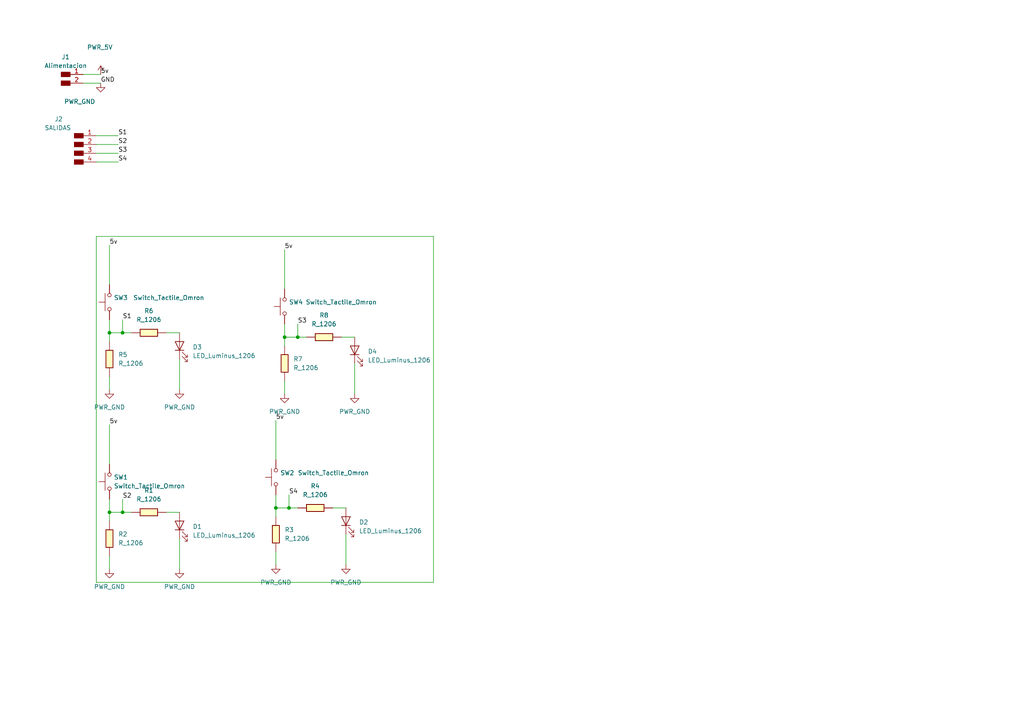
<source format=kicad_sch>
(kicad_sch
	(version 20250114)
	(generator "eeschema")
	(generator_version "9.0")
	(uuid "394774a2-25d5-4c8a-977a-ddb21e86f3dc")
	(paper "A4")
	(lib_symbols
		(symbol "fab:Conn_PinHeader_1x02_P2.54mm_Vertical_THT_D1.4mm"
			(pin_names
				(hide yes)
			)
			(exclude_from_sim no)
			(in_bom yes)
			(on_board yes)
			(property "Reference" "J"
				(at 0 2.54 0)
				(effects
					(font
						(size 1.27 1.27)
					)
				)
			)
			(property "Value" "Conn_PinHeader_1x02_P2.54mm_Vertical_THT_D1.4mm"
				(at 0 -5.08 0)
				(effects
					(font
						(size 1.27 1.27)
					)
				)
			)
			(property "Footprint" "fab:PinHeader_1x02_P2.54mm_Vertical_THT_D1.4mm"
				(at 0 0 0)
				(effects
					(font
						(size 1.27 1.27)
					)
					(hide yes)
				)
			)
			(property "Datasheet" "~"
				(at 0 0 0)
				(effects
					(font
						(size 1.27 1.27)
					)
					(hide yes)
				)
			)
			(property "Description" "Male connector, single row"
				(at 0 0 0)
				(effects
					(font
						(size 1.27 1.27)
					)
					(hide yes)
				)
			)
			(property "ki_keywords" "single row male connector"
				(at 0 0 0)
				(effects
					(font
						(size 1.27 1.27)
					)
					(hide yes)
				)
			)
			(property "ki_fp_filters" "*PinHeader*1x02*"
				(at 0 0 0)
				(effects
					(font
						(size 1.27 1.27)
					)
					(hide yes)
				)
			)
			(symbol "Conn_PinHeader_1x02_P2.54mm_Vertical_THT_D1.4mm_1_1"
				(rectangle
					(start -1.27 0.635)
					(end 1.27 -0.635)
					(stroke
						(width 0.254)
						(type default)
					)
					(fill
						(type outline)
					)
				)
				(rectangle
					(start -1.27 -1.905)
					(end 1.27 -3.175)
					(stroke
						(width 0.254)
						(type default)
					)
					(fill
						(type outline)
					)
				)
				(pin passive line
					(at 5.08 0 180)
					(length 3.81)
					(name "Pin_1"
						(effects
							(font
								(size 1.27 1.27)
							)
						)
					)
					(number "1"
						(effects
							(font
								(size 1.27 1.27)
							)
						)
					)
				)
				(pin passive line
					(at 5.08 -2.54 180)
					(length 3.81)
					(name "Pin_2"
						(effects
							(font
								(size 1.27 1.27)
							)
						)
					)
					(number "2"
						(effects
							(font
								(size 1.27 1.27)
							)
						)
					)
				)
			)
			(embedded_fonts no)
		)
		(symbol "fab:Conn_PinHeader_1x04_P2.54mm_Vertical_THT_D1.4mm"
			(pin_names
				(hide yes)
			)
			(exclude_from_sim no)
			(in_bom yes)
			(on_board yes)
			(property "Reference" "J"
				(at 0 5.08 0)
				(effects
					(font
						(size 1.27 1.27)
					)
				)
			)
			(property "Value" "Conn_PinHeader_1x04_P2.54mm_Vertical_THT_D1.4mm"
				(at 0 -7.62 0)
				(effects
					(font
						(size 1.27 1.27)
					)
				)
			)
			(property "Footprint" "fab:PinHeader_1x04_P2.54mm_Vertical_THT_D1.4mm"
				(at 0 0 0)
				(effects
					(font
						(size 1.27 1.27)
					)
					(hide yes)
				)
			)
			(property "Datasheet" "~"
				(at 0 0 0)
				(effects
					(font
						(size 1.27 1.27)
					)
					(hide yes)
				)
			)
			(property "Description" "Male connector, single row"
				(at 0 0 0)
				(effects
					(font
						(size 1.27 1.27)
					)
					(hide yes)
				)
			)
			(property "ki_keywords" "single row male connector"
				(at 0 0 0)
				(effects
					(font
						(size 1.27 1.27)
					)
					(hide yes)
				)
			)
			(property "ki_fp_filters" "*PinHeader*1x04*"
				(at 0 0 0)
				(effects
					(font
						(size 1.27 1.27)
					)
					(hide yes)
				)
			)
			(symbol "Conn_PinHeader_1x04_P2.54mm_Vertical_THT_D1.4mm_1_1"
				(rectangle
					(start -1.27 3.175)
					(end 1.27 1.905)
					(stroke
						(width 0.254)
						(type default)
					)
					(fill
						(type outline)
					)
				)
				(rectangle
					(start -1.27 0.635)
					(end 1.27 -0.635)
					(stroke
						(width 0.254)
						(type default)
					)
					(fill
						(type outline)
					)
				)
				(rectangle
					(start -1.27 -1.905)
					(end 1.27 -3.175)
					(stroke
						(width 0.254)
						(type default)
					)
					(fill
						(type outline)
					)
				)
				(rectangle
					(start -1.27 -4.445)
					(end 1.27 -5.715)
					(stroke
						(width 0.254)
						(type default)
					)
					(fill
						(type outline)
					)
				)
				(pin passive line
					(at 5.08 2.54 180)
					(length 3.81)
					(name "Pin_1"
						(effects
							(font
								(size 1.27 1.27)
							)
						)
					)
					(number "1"
						(effects
							(font
								(size 1.27 1.27)
							)
						)
					)
				)
				(pin passive line
					(at 5.08 0 180)
					(length 3.81)
					(name "Pin_2"
						(effects
							(font
								(size 1.27 1.27)
							)
						)
					)
					(number "2"
						(effects
							(font
								(size 1.27 1.27)
							)
						)
					)
				)
				(pin passive line
					(at 5.08 -2.54 180)
					(length 3.81)
					(name "Pin_3"
						(effects
							(font
								(size 1.27 1.27)
							)
						)
					)
					(number "3"
						(effects
							(font
								(size 1.27 1.27)
							)
						)
					)
				)
				(pin passive line
					(at 5.08 -5.08 180)
					(length 3.81)
					(name "Pin_4"
						(effects
							(font
								(size 1.27 1.27)
							)
						)
					)
					(number "4"
						(effects
							(font
								(size 1.27 1.27)
							)
						)
					)
				)
			)
			(embedded_fonts no)
		)
		(symbol "fab:LED_Luminus_1206"
			(pin_numbers
				(hide yes)
			)
			(pin_names
				(offset 1.016)
				(hide yes)
			)
			(exclude_from_sim no)
			(in_bom yes)
			(on_board yes)
			(property "Reference" "D"
				(at 0 2.54 0)
				(effects
					(font
						(size 1.27 1.27)
					)
				)
			)
			(property "Value" "LED_Luminus_1206"
				(at 0 -2.54 0)
				(effects
					(font
						(size 1.27 1.27)
					)
				)
			)
			(property "Footprint" "fab:LED_Luminus_1206"
				(at 0 0 0)
				(effects
					(font
						(size 1.27 1.27)
					)
					(hide yes)
				)
			)
			(property "Datasheet" "https://download.luminus.com/datasheets/Luminus_MP3014_1100_Datasheet.pdf"
				(at 0 0 0)
				(effects
					(font
						(size 1.27 1.27)
					)
					(hide yes)
				)
			)
			(property "Description" "LED Lighting - White, Cool 5000K 2.85V 60mA 110° 1206 (3014 Metric)"
				(at 0 0 0)
				(effects
					(font
						(size 1.27 1.27)
					)
					(hide yes)
				)
			)
			(property "ki_keywords" "LED diode 1206 white cool 5000K MP-3014-1100-50-80"
				(at 0 0 0)
				(effects
					(font
						(size 1.27 1.27)
					)
					(hide yes)
				)
			)
			(property "ki_fp_filters" "*LED*Luminus*1206*"
				(at 0 0 0)
				(effects
					(font
						(size 1.27 1.27)
					)
					(hide yes)
				)
			)
			(symbol "LED_Luminus_1206_0_1"
				(polyline
					(pts
						(xy -3.048 -0.762) (xy -4.572 -2.286) (xy -3.81 -2.286) (xy -4.572 -2.286) (xy -4.572 -1.524)
					)
					(stroke
						(width 0)
						(type default)
					)
					(fill
						(type none)
					)
				)
				(polyline
					(pts
						(xy -1.778 -0.762) (xy -3.302 -2.286) (xy -2.54 -2.286) (xy -3.302 -2.286) (xy -3.302 -1.524)
					)
					(stroke
						(width 0)
						(type default)
					)
					(fill
						(type none)
					)
				)
				(polyline
					(pts
						(xy -1.27 0) (xy 1.27 0)
					)
					(stroke
						(width 0)
						(type default)
					)
					(fill
						(type none)
					)
				)
				(polyline
					(pts
						(xy -1.27 -1.27) (xy -1.27 1.27)
					)
					(stroke
						(width 0.2032)
						(type default)
					)
					(fill
						(type none)
					)
				)
				(polyline
					(pts
						(xy 1.27 -1.27) (xy 1.27 1.27) (xy -1.27 0) (xy 1.27 -1.27)
					)
					(stroke
						(width 0.2032)
						(type default)
					)
					(fill
						(type none)
					)
				)
			)
			(symbol "LED_Luminus_1206_1_1"
				(pin passive line
					(at -3.81 0 0)
					(length 2.54)
					(name "K"
						(effects
							(font
								(size 1.27 1.27)
							)
						)
					)
					(number "1"
						(effects
							(font
								(size 1.27 1.27)
							)
						)
					)
				)
				(pin passive line
					(at 3.81 0 180)
					(length 2.54)
					(name "A"
						(effects
							(font
								(size 1.27 1.27)
							)
						)
					)
					(number "2"
						(effects
							(font
								(size 1.27 1.27)
							)
						)
					)
				)
			)
			(embedded_fonts no)
		)
		(symbol "fab:PWR_5V"
			(power)
			(pin_names
				(offset 0)
			)
			(exclude_from_sim no)
			(in_bom yes)
			(on_board yes)
			(property "Reference" "#PWR"
				(at 0 -3.81 0)
				(effects
					(font
						(size 1.27 1.27)
					)
					(hide yes)
				)
			)
			(property "Value" "PWR_5V"
				(at 0 3.556 0)
				(effects
					(font
						(size 1.27 1.27)
					)
				)
			)
			(property "Footprint" ""
				(at 0 0 0)
				(effects
					(font
						(size 1.27 1.27)
					)
					(hide yes)
				)
			)
			(property "Datasheet" ""
				(at 0 0 0)
				(effects
					(font
						(size 1.27 1.27)
					)
					(hide yes)
				)
			)
			(property "Description" "Power symbol creates a global label with name \"+5V\""
				(at 0 0 0)
				(effects
					(font
						(size 1.27 1.27)
					)
					(hide yes)
				)
			)
			(property "ki_keywords" "power-flag"
				(at 0 0 0)
				(effects
					(font
						(size 1.27 1.27)
					)
					(hide yes)
				)
			)
			(symbol "PWR_5V_0_1"
				(polyline
					(pts
						(xy -0.762 1.27) (xy 0 2.54)
					)
					(stroke
						(width 0)
						(type default)
					)
					(fill
						(type none)
					)
				)
				(polyline
					(pts
						(xy 0 2.54) (xy 0.762 1.27)
					)
					(stroke
						(width 0)
						(type default)
					)
					(fill
						(type none)
					)
				)
				(polyline
					(pts
						(xy 0 0) (xy 0 2.54)
					)
					(stroke
						(width 0)
						(type default)
					)
					(fill
						(type none)
					)
				)
			)
			(symbol "PWR_5V_1_1"
				(pin power_in line
					(at 0 0 90)
					(length 0)
					(hide yes)
					(name "PWR_5V"
						(effects
							(font
								(size 1.27 1.27)
							)
						)
					)
					(number "1"
						(effects
							(font
								(size 1.27 1.27)
							)
						)
					)
				)
			)
			(embedded_fonts no)
		)
		(symbol "fab:PWR_GND"
			(power)
			(pin_names
				(offset 0)
			)
			(exclude_from_sim no)
			(in_bom yes)
			(on_board yes)
			(property "Reference" "#PWR"
				(at 0 -6.35 0)
				(effects
					(font
						(size 1.27 1.27)
					)
					(hide yes)
				)
			)
			(property "Value" "PWR_GND"
				(at 0 -3.81 0)
				(effects
					(font
						(size 1.27 1.27)
					)
				)
			)
			(property "Footprint" ""
				(at 0 0 0)
				(effects
					(font
						(size 1.27 1.27)
					)
					(hide yes)
				)
			)
			(property "Datasheet" ""
				(at 0 0 0)
				(effects
					(font
						(size 1.27 1.27)
					)
					(hide yes)
				)
			)
			(property "Description" "Power symbol creates a global label with name \"GND\" , ground"
				(at 0 0 0)
				(effects
					(font
						(size 1.27 1.27)
					)
					(hide yes)
				)
			)
			(property "ki_keywords" "power-flag"
				(at 0 0 0)
				(effects
					(font
						(size 1.27 1.27)
					)
					(hide yes)
				)
			)
			(symbol "PWR_GND_0_1"
				(polyline
					(pts
						(xy 0 0) (xy 0 -1.27) (xy 1.27 -1.27) (xy 0 -2.54) (xy -1.27 -1.27) (xy 0 -1.27)
					)
					(stroke
						(width 0)
						(type default)
					)
					(fill
						(type none)
					)
				)
			)
			(symbol "PWR_GND_1_1"
				(pin power_in line
					(at 0 0 270)
					(length 0)
					(hide yes)
					(name "PWR_GND"
						(effects
							(font
								(size 1.27 1.27)
							)
						)
					)
					(number "1"
						(effects
							(font
								(size 1.27 1.27)
							)
						)
					)
				)
			)
			(embedded_fonts no)
		)
		(symbol "fab:R_1206"
			(pin_numbers
				(hide yes)
			)
			(pin_names
				(offset 0)
			)
			(exclude_from_sim no)
			(in_bom yes)
			(on_board yes)
			(property "Reference" "R"
				(at 2.54 0 90)
				(effects
					(font
						(size 1.27 1.27)
					)
				)
			)
			(property "Value" "R_1206"
				(at -2.54 0 90)
				(effects
					(font
						(size 1.27 1.27)
					)
				)
			)
			(property "Footprint" "fab:R_1206"
				(at 0 0 90)
				(effects
					(font
						(size 1.27 1.27)
					)
					(hide yes)
				)
			)
			(property "Datasheet" "~"
				(at 0 0 0)
				(effects
					(font
						(size 1.27 1.27)
					)
					(hide yes)
				)
			)
			(property "Description" "Resistor"
				(at 0 0 0)
				(effects
					(font
						(size 1.27 1.27)
					)
					(hide yes)
				)
			)
			(property "ki_keywords" "R res resistor RC1206FR-074M99L RC1206FR-07499KL RC1206FR-0749K9L RC1206FR-0749R9L RC1206FR-074R99L ERJ-8BWJR100V RC1206FR-070RL RC1206FR-071RL RC1206FR-0710RL RC1206FR-07100RL RC1206FR-07499RL RC1206FR-071KL RC1206FR-074K99L RC1206FR-0710KL RC1206FR-07100KL RC1206FR-071ML RC1206FR-0710ML PT1206FR-070R1L"
				(at 0 0 0)
				(effects
					(font
						(size 1.27 1.27)
					)
					(hide yes)
				)
			)
			(property "ki_fp_filters" "*R*1206*"
				(at 0 0 0)
				(effects
					(font
						(size 1.27 1.27)
					)
					(hide yes)
				)
			)
			(symbol "R_1206_0_1"
				(rectangle
					(start -1.016 -2.54)
					(end 1.016 2.54)
					(stroke
						(width 0.254)
						(type default)
					)
					(fill
						(type background)
					)
				)
			)
			(symbol "R_1206_1_1"
				(pin passive line
					(at 0 5.08 270)
					(length 2.54)
					(name "~"
						(effects
							(font
								(size 1.27 1.27)
							)
						)
					)
					(number "1"
						(effects
							(font
								(size 1.27 1.27)
							)
						)
					)
				)
				(pin passive line
					(at 0 -5.08 90)
					(length 2.54)
					(name "~"
						(effects
							(font
								(size 1.27 1.27)
							)
						)
					)
					(number "2"
						(effects
							(font
								(size 1.27 1.27)
							)
						)
					)
				)
			)
			(embedded_fonts no)
		)
		(symbol "fab:Switch_Tactile_Omron"
			(pin_numbers
				(hide yes)
			)
			(pin_names
				(offset 1.016)
				(hide yes)
			)
			(exclude_from_sim no)
			(in_bom yes)
			(on_board yes)
			(property "Reference" "SW"
				(at 1.27 2.54 0)
				(effects
					(font
						(size 1.27 1.27)
					)
					(justify left)
				)
			)
			(property "Value" "Switch_Tactile_Omron"
				(at 0 -1.524 0)
				(effects
					(font
						(size 1.27 1.27)
					)
				)
			)
			(property "Footprint" "fab:Button_Omron_B3SN_6.0x6.0mm"
				(at 0 0 0)
				(effects
					(font
						(size 1.27 1.27)
					)
					(hide yes)
				)
			)
			(property "Datasheet" "https://omronfs.omron.com/en_US/ecb/products/pdf/en-b3sn.pdf"
				(at 0 0 0)
				(effects
					(font
						(size 1.27 1.27)
					)
					(hide yes)
				)
			)
			(property "Description" "Push button switch, Omron, B3SN, Sealed Tactile Switch (SMT), SPST-NO Top Actuated Surface Mount"
				(at 0 0 0)
				(effects
					(font
						(size 1.27 1.27)
					)
					(hide yes)
				)
			)
			(property "ki_keywords" "switch normally-open pushbutton push-button button tactile spst single pole single throw B3SN-3112P"
				(at 0 0 0)
				(effects
					(font
						(size 1.27 1.27)
					)
					(hide yes)
				)
			)
			(property "ki_fp_filters" "*Button*"
				(at 0 0 0)
				(effects
					(font
						(size 1.27 1.27)
					)
					(hide yes)
				)
			)
			(symbol "Switch_Tactile_Omron_0_1"
				(circle
					(center -2.032 0)
					(radius 0.508)
					(stroke
						(width 0)
						(type default)
					)
					(fill
						(type none)
					)
				)
				(polyline
					(pts
						(xy 0 1.27) (xy 0 3.048)
					)
					(stroke
						(width 0)
						(type default)
					)
					(fill
						(type none)
					)
				)
				(circle
					(center 2.032 0)
					(radius 0.508)
					(stroke
						(width 0)
						(type default)
					)
					(fill
						(type none)
					)
				)
				(polyline
					(pts
						(xy 2.54 1.27) (xy -2.54 1.27)
					)
					(stroke
						(width 0)
						(type default)
					)
					(fill
						(type none)
					)
				)
				(pin passive line
					(at -5.08 0 0)
					(length 2.54)
					(name "1"
						(effects
							(font
								(size 1.27 1.27)
							)
						)
					)
					(number "1"
						(effects
							(font
								(size 1.27 1.27)
							)
						)
					)
				)
				(pin passive line
					(at 5.08 0 180)
					(length 2.54)
					(name "2"
						(effects
							(font
								(size 1.27 1.27)
							)
						)
					)
					(number "2"
						(effects
							(font
								(size 1.27 1.27)
							)
						)
					)
				)
			)
			(embedded_fonts no)
		)
	)
	(junction
		(at 35.56 148.59)
		(diameter 0)
		(color 0 0 0 0)
		(uuid "341a87cf-ca58-4182-9029-0bfeaec8d2c6")
	)
	(junction
		(at 31.75 148.59)
		(diameter 0)
		(color 0 0 0 0)
		(uuid "39af8ac2-1e31-44a5-9e17-bf375f4dbedf")
	)
	(junction
		(at 82.55 97.79)
		(diameter 0)
		(color 0 0 0 0)
		(uuid "46754f13-cd10-4884-90ab-f9e209762f3c")
	)
	(junction
		(at 35.56 96.52)
		(diameter 0)
		(color 0 0 0 0)
		(uuid "574d9208-8bc3-4ad7-9af2-ea2a0a97d692")
	)
	(junction
		(at 80.01 147.32)
		(diameter 0)
		(color 0 0 0 0)
		(uuid "9a92e964-968d-4f07-9da2-81ae3e0dbda1")
	)
	(junction
		(at 31.75 96.52)
		(diameter 0)
		(color 0 0 0 0)
		(uuid "cb9ae8f8-fe99-4f6c-926a-cf2f77f0481a")
	)
	(junction
		(at 83.82 147.32)
		(diameter 0)
		(color 0 0 0 0)
		(uuid "d9e67cde-d99c-4d50-b230-46af5759c917")
	)
	(junction
		(at 86.36 97.79)
		(diameter 0)
		(color 0 0 0 0)
		(uuid "e5a93cbf-7638-4081-b02f-bbd6e1f7df95")
	)
	(wire
		(pts
			(xy 52.07 104.14) (xy 52.07 113.03)
		)
		(stroke
			(width 0)
			(type default)
		)
		(uuid "0d606f85-a1b4-4cc3-9d3b-ddf87962af81")
	)
	(wire
		(pts
			(xy 27.94 41.91) (xy 34.29 41.91)
		)
		(stroke
			(width 0)
			(type default)
		)
		(uuid "109d4755-a395-4029-ac0e-68cee9e14e7a")
	)
	(wire
		(pts
			(xy 82.55 110.49) (xy 82.55 114.3)
		)
		(stroke
			(width 0)
			(type default)
		)
		(uuid "18a73b3d-bba3-4d6d-993b-c07436ed4815")
	)
	(wire
		(pts
			(xy 48.26 148.59) (xy 52.07 148.59)
		)
		(stroke
			(width 0)
			(type default)
		)
		(uuid "1975d286-31d4-455f-a0bc-59a389ca1ef4")
	)
	(wire
		(pts
			(xy 31.75 144.78) (xy 31.75 148.59)
		)
		(stroke
			(width 0)
			(type default)
		)
		(uuid "1dd64747-1996-4554-9ccd-52315a3215f1")
	)
	(wire
		(pts
			(xy 82.55 93.98) (xy 82.55 97.79)
		)
		(stroke
			(width 0)
			(type default)
		)
		(uuid "23cdfbe1-15de-46c6-97ad-ecaf082a66d2")
	)
	(wire
		(pts
			(xy 100.33 154.94) (xy 100.33 163.83)
		)
		(stroke
			(width 0)
			(type default)
		)
		(uuid "348f58f0-964c-4c38-afd4-a2ab3bd782b3")
	)
	(wire
		(pts
			(xy 83.82 147.32) (xy 86.36 147.32)
		)
		(stroke
			(width 0)
			(type default)
		)
		(uuid "354facf9-f0b9-40f1-9a30-ae221d06a27a")
	)
	(wire
		(pts
			(xy 80.01 143.51) (xy 80.01 147.32)
		)
		(stroke
			(width 0)
			(type default)
		)
		(uuid "35bec5ff-e811-4314-979a-d791e6b6f07b")
	)
	(wire
		(pts
			(xy 31.75 148.59) (xy 31.75 151.13)
		)
		(stroke
			(width 0)
			(type default)
		)
		(uuid "3603bcc3-64a0-443a-bd40-1798275b4022")
	)
	(wire
		(pts
			(xy 125.73 68.58) (xy 125.73 168.91)
		)
		(stroke
			(width 0)
			(type default)
		)
		(uuid "36c71ad8-a16b-46c3-9511-c07265011609")
	)
	(wire
		(pts
			(xy 27.94 39.37) (xy 34.29 39.37)
		)
		(stroke
			(width 0)
			(type default)
		)
		(uuid "39e018de-d456-4a51-a2b0-8eec59fcd88f")
	)
	(wire
		(pts
			(xy 31.75 92.71) (xy 31.75 96.52)
		)
		(stroke
			(width 0)
			(type default)
		)
		(uuid "3aaa195d-2e21-4c7d-930e-ed8d6a588713")
	)
	(wire
		(pts
			(xy 82.55 97.79) (xy 82.55 100.33)
		)
		(stroke
			(width 0)
			(type default)
		)
		(uuid "3c1e362f-be4f-4667-9ac2-028356817e14")
	)
	(wire
		(pts
			(xy 86.36 97.79) (xy 88.9 97.79)
		)
		(stroke
			(width 0)
			(type default)
		)
		(uuid "40a14204-f194-46aa-8ac5-513418891b40")
	)
	(wire
		(pts
			(xy 82.55 72.39) (xy 82.55 83.82)
		)
		(stroke
			(width 0)
			(type default)
		)
		(uuid "48569eb3-9abb-44a5-a68a-cc8231ee921e")
	)
	(wire
		(pts
			(xy 35.56 96.52) (xy 38.1 96.52)
		)
		(stroke
			(width 0)
			(type default)
		)
		(uuid "49e56419-262c-4f36-b6e0-396ea092f356")
	)
	(wire
		(pts
			(xy 31.75 71.12) (xy 31.75 82.55)
		)
		(stroke
			(width 0)
			(type default)
		)
		(uuid "4ec991f4-4a80-4f9f-b589-b197ebf7afd4")
	)
	(wire
		(pts
			(xy 27.94 46.99) (xy 34.29 46.99)
		)
		(stroke
			(width 0)
			(type default)
		)
		(uuid "517a0f58-80da-41c9-8c10-dd9ee1d0a641")
	)
	(wire
		(pts
			(xy 31.75 96.52) (xy 35.56 96.52)
		)
		(stroke
			(width 0)
			(type default)
		)
		(uuid "5b730b04-7533-484e-aa67-b24ebcc40c2c")
	)
	(wire
		(pts
			(xy 35.56 148.59) (xy 38.1 148.59)
		)
		(stroke
			(width 0)
			(type default)
		)
		(uuid "6422d922-7c41-42e8-92b0-3849460a4dcd")
	)
	(wire
		(pts
			(xy 27.94 168.91) (xy 125.73 168.91)
		)
		(stroke
			(width 0)
			(type default)
		)
		(uuid "7f537f11-0028-4e53-9f11-b32bdcd5174e")
	)
	(wire
		(pts
			(xy 48.26 96.52) (xy 52.07 96.52)
		)
		(stroke
			(width 0)
			(type default)
		)
		(uuid "81cd81bc-5dc8-45c6-b0e1-22cd4597d606")
	)
	(wire
		(pts
			(xy 24.13 24.13) (xy 29.21 24.13)
		)
		(stroke
			(width 0)
			(type default)
		)
		(uuid "88c8d3a3-ba33-43aa-bba4-f1e62af9565b")
	)
	(wire
		(pts
			(xy 35.56 92.71) (xy 35.56 96.52)
		)
		(stroke
			(width 0)
			(type default)
		)
		(uuid "9324dd09-8229-456e-a94d-db99383fb1b7")
	)
	(wire
		(pts
			(xy 31.75 109.22) (xy 31.75 113.03)
		)
		(stroke
			(width 0)
			(type default)
		)
		(uuid "94d2ed62-e65a-4d1e-a2b8-64d950316487")
	)
	(wire
		(pts
			(xy 27.94 68.58) (xy 125.73 68.58)
		)
		(stroke
			(width 0)
			(type default)
		)
		(uuid "94e0169a-fa79-41d3-a958-11c48d6224eb")
	)
	(wire
		(pts
			(xy 80.01 121.92) (xy 80.01 133.35)
		)
		(stroke
			(width 0)
			(type default)
		)
		(uuid "9832aff2-d00e-4fa7-9fd0-3a559bbc09ac")
	)
	(wire
		(pts
			(xy 52.07 156.21) (xy 52.07 165.1)
		)
		(stroke
			(width 0)
			(type default)
		)
		(uuid "aa63edcf-4998-4db4-8bfa-5732d347d1bc")
	)
	(wire
		(pts
			(xy 31.75 123.19) (xy 31.75 134.62)
		)
		(stroke
			(width 0)
			(type default)
		)
		(uuid "aab80890-f2ae-4125-b373-861a8f38a9c2")
	)
	(wire
		(pts
			(xy 24.13 21.59) (xy 29.21 21.59)
		)
		(stroke
			(width 0)
			(type default)
		)
		(uuid "abd5d46f-d03d-4b93-88b8-bd0e7e07156f")
	)
	(wire
		(pts
			(xy 35.56 144.78) (xy 35.56 148.59)
		)
		(stroke
			(width 0)
			(type default)
		)
		(uuid "bffbac50-31b3-481c-90d8-69a9b72771f9")
	)
	(wire
		(pts
			(xy 83.82 143.51) (xy 83.82 147.32)
		)
		(stroke
			(width 0)
			(type default)
		)
		(uuid "c18977f5-68c8-4a6e-bd67-599f7e172d60")
	)
	(wire
		(pts
			(xy 31.75 96.52) (xy 31.75 99.06)
		)
		(stroke
			(width 0)
			(type default)
		)
		(uuid "c44b2011-5965-4f27-b71c-50dd6698ecf8")
	)
	(wire
		(pts
			(xy 102.87 105.41) (xy 102.87 114.3)
		)
		(stroke
			(width 0)
			(type default)
		)
		(uuid "c49bb5f7-2141-4768-ae6a-1f4027766f6c")
	)
	(wire
		(pts
			(xy 82.55 97.79) (xy 86.36 97.79)
		)
		(stroke
			(width 0)
			(type default)
		)
		(uuid "c6308859-d4c5-404f-b05a-86d7112c9452")
	)
	(wire
		(pts
			(xy 80.01 160.02) (xy 80.01 163.83)
		)
		(stroke
			(width 0)
			(type default)
		)
		(uuid "c7b7bcd6-572a-4b6b-83b8-42746e178eda")
	)
	(wire
		(pts
			(xy 96.52 147.32) (xy 100.33 147.32)
		)
		(stroke
			(width 0)
			(type default)
		)
		(uuid "ce3fec38-1481-41c1-8aae-1b900c358b1f")
	)
	(wire
		(pts
			(xy 31.75 148.59) (xy 35.56 148.59)
		)
		(stroke
			(width 0)
			(type default)
		)
		(uuid "cf4b6e06-d1df-42b3-b481-80e22eaca04a")
	)
	(wire
		(pts
			(xy 86.36 93.98) (xy 86.36 97.79)
		)
		(stroke
			(width 0)
			(type default)
		)
		(uuid "d935e345-44a1-4454-b7ed-7199a289c50d")
	)
	(wire
		(pts
			(xy 80.01 147.32) (xy 80.01 149.86)
		)
		(stroke
			(width 0)
			(type default)
		)
		(uuid "e0303ab4-5b22-4784-a768-f34918007fc9")
	)
	(wire
		(pts
			(xy 31.75 161.29) (xy 31.75 165.1)
		)
		(stroke
			(width 0)
			(type default)
		)
		(uuid "e4d6ffcd-ce59-4eeb-80e7-58bd40ed0f83")
	)
	(wire
		(pts
			(xy 80.01 147.32) (xy 83.82 147.32)
		)
		(stroke
			(width 0)
			(type default)
		)
		(uuid "f510707f-da46-47fe-9022-d5040e63f1a7")
	)
	(wire
		(pts
			(xy 27.94 44.45) (xy 34.29 44.45)
		)
		(stroke
			(width 0)
			(type default)
		)
		(uuid "f5196894-e965-48c0-9d69-e93eef152a5b")
	)
	(wire
		(pts
			(xy 99.06 97.79) (xy 102.87 97.79)
		)
		(stroke
			(width 0)
			(type default)
		)
		(uuid "f69bec3f-490e-49bd-8624-22f3cd8cd1b7")
	)
	(wire
		(pts
			(xy 27.94 68.58) (xy 27.94 168.91)
		)
		(stroke
			(width 0)
			(type default)
		)
		(uuid "fd894a28-061e-4f33-b03e-45b882e6c3b7")
	)
	(label "5v"
		(at 29.21 21.59 0)
		(effects
			(font
				(size 1.27 1.27)
			)
			(justify left bottom)
		)
		(uuid "39a086a9-cf50-41fc-b636-f027e3d770bc")
	)
	(label "S2"
		(at 35.56 144.78 0)
		(effects
			(font
				(size 1.27 1.27)
			)
			(justify left bottom)
		)
		(uuid "60885017-5dc7-4b9a-bd5c-4b2fd2d665dc")
	)
	(label "5v"
		(at 80.01 121.92 0)
		(effects
			(font
				(size 1.27 1.27)
			)
			(justify left bottom)
		)
		(uuid "736f5102-9e9f-4eb5-8faf-7029bd59fade")
	)
	(label "S3"
		(at 86.36 93.98 0)
		(effects
			(font
				(size 1.27 1.27)
			)
			(justify left bottom)
		)
		(uuid "737ff8b8-d312-4687-a5e4-1f3129e3f365")
	)
	(label "5v"
		(at 82.55 72.39 0)
		(effects
			(font
				(size 1.27 1.27)
			)
			(justify left bottom)
		)
		(uuid "7ecee41e-99fd-4d00-83f6-a45d26a57552")
	)
	(label "5v"
		(at 31.75 123.19 0)
		(effects
			(font
				(size 1.27 1.27)
			)
			(justify left bottom)
		)
		(uuid "9c635ea0-c33e-456d-9072-ead8ddb027c6")
	)
	(label "S4"
		(at 83.82 143.51 0)
		(effects
			(font
				(size 1.27 1.27)
			)
			(justify left bottom)
		)
		(uuid "9e1eaa8c-546b-47cf-b544-5748aa988146")
	)
	(label "S1"
		(at 34.29 39.37 0)
		(effects
			(font
				(size 1.27 1.27)
			)
			(justify left bottom)
		)
		(uuid "b3b3237e-2639-4fb7-bd44-f44038b834d2")
	)
	(label "S3"
		(at 34.29 44.45 0)
		(effects
			(font
				(size 1.27 1.27)
			)
			(justify left bottom)
		)
		(uuid "c5d8de84-3eec-4979-bd98-405d85f68d85")
	)
	(label "S4"
		(at 34.29 46.99 0)
		(effects
			(font
				(size 1.27 1.27)
			)
			(justify left bottom)
		)
		(uuid "d10a1169-2231-43f3-bc11-fb2003b7a1d5")
	)
	(label "S2"
		(at 34.29 41.91 0)
		(effects
			(font
				(size 1.27 1.27)
			)
			(justify left bottom)
		)
		(uuid "d7b5b368-5636-4aa7-81d5-c5f7ca031dae")
	)
	(label "GND"
		(at 29.21 24.13 0)
		(effects
			(font
				(size 1.27 1.27)
			)
			(justify left bottom)
		)
		(uuid "e0f2477a-0b68-46d7-8642-2e99d2f73a7f")
	)
	(label "5v"
		(at 31.75 71.12 0)
		(effects
			(font
				(size 1.27 1.27)
			)
			(justify left bottom)
		)
		(uuid "e1275ac3-2f30-46f0-928f-035b95b5279e")
	)
	(label "S1"
		(at 35.56 92.71 0)
		(effects
			(font
				(size 1.27 1.27)
			)
			(justify left bottom)
		)
		(uuid "f3607e06-e132-4553-859d-e5cedd695d77")
	)
	(symbol
		(lib_id "fab:Switch_Tactile_Omron")
		(at 82.55 88.9 90)
		(unit 1)
		(exclude_from_sim no)
		(in_bom yes)
		(on_board yes)
		(dnp no)
		(uuid "04e966aa-97a2-4f82-baa0-cb1cb6f55fd4")
		(property "Reference" "SW4"
			(at 83.82 87.6299 90)
			(effects
				(font
					(size 1.27 1.27)
				)
				(justify right)
			)
		)
		(property "Value" "Switch_Tactile_Omron"
			(at 88.646 87.63 90)
			(effects
				(font
					(size 1.27 1.27)
				)
				(justify right)
			)
		)
		(property "Footprint" "fab:Button_Omron_B3SN_6.0x6.0mm"
			(at 82.55 88.9 0)
			(effects
				(font
					(size 1.27 1.27)
				)
				(hide yes)
			)
		)
		(property "Datasheet" "https://omronfs.omron.com/en_US/ecb/products/pdf/en-b3sn.pdf"
			(at 82.55 88.9 0)
			(effects
				(font
					(size 1.27 1.27)
				)
				(hide yes)
			)
		)
		(property "Description" "Push button switch, Omron, B3SN, Sealed Tactile Switch (SMT), SPST-NO Top Actuated Surface Mount"
			(at 82.55 88.9 0)
			(effects
				(font
					(size 1.27 1.27)
				)
				(hide yes)
			)
		)
		(pin "2"
			(uuid "4b283b5b-5d6b-41dc-9b9e-821e1dab9ad3")
		)
		(pin "1"
			(uuid "c1d11897-7d06-4e67-a577-0085b8809569")
		)
		(instances
			(project "in"
				(path "/394774a2-25d5-4c8a-977a-ddb21e86f3dc"
					(reference "SW4")
					(unit 1)
				)
			)
		)
	)
	(symbol
		(lib_id "fab:R_1206")
		(at 43.18 96.52 90)
		(unit 1)
		(exclude_from_sim no)
		(in_bom yes)
		(on_board yes)
		(dnp no)
		(fields_autoplaced yes)
		(uuid "057f5c20-170d-4006-8188-ac88e55b1b4e")
		(property "Reference" "R6"
			(at 43.18 90.17 90)
			(effects
				(font
					(size 1.27 1.27)
				)
			)
		)
		(property "Value" "R_1206"
			(at 43.18 92.71 90)
			(effects
				(font
					(size 1.27 1.27)
				)
			)
		)
		(property "Footprint" "fab:R_1206"
			(at 43.18 96.52 90)
			(effects
				(font
					(size 1.27 1.27)
				)
				(hide yes)
			)
		)
		(property "Datasheet" "~"
			(at 43.18 96.52 0)
			(effects
				(font
					(size 1.27 1.27)
				)
				(hide yes)
			)
		)
		(property "Description" "Resistor"
			(at 43.18 96.52 0)
			(effects
				(font
					(size 1.27 1.27)
				)
				(hide yes)
			)
		)
		(pin "1"
			(uuid "df083a10-a4d9-47ca-920d-9ef6011fee24")
		)
		(pin "2"
			(uuid "be530ccf-6ebe-428f-8fbd-c037d40718e2")
		)
		(instances
			(project "in"
				(path "/394774a2-25d5-4c8a-977a-ddb21e86f3dc"
					(reference "R6")
					(unit 1)
				)
			)
		)
	)
	(symbol
		(lib_id "fab:LED_Luminus_1206")
		(at 102.87 101.6 90)
		(unit 1)
		(exclude_from_sim no)
		(in_bom yes)
		(on_board yes)
		(dnp no)
		(fields_autoplaced yes)
		(uuid "107858a6-b7b5-48a8-8a73-6120ef8f8480")
		(property "Reference" "D4"
			(at 106.68 101.9301 90)
			(effects
				(font
					(size 1.27 1.27)
				)
				(justify right)
			)
		)
		(property "Value" "LED_Luminus_1206"
			(at 106.68 104.4701 90)
			(effects
				(font
					(size 1.27 1.27)
				)
				(justify right)
			)
		)
		(property "Footprint" "fab:LED_Luminus_1206"
			(at 102.87 101.6 0)
			(effects
				(font
					(size 1.27 1.27)
				)
				(hide yes)
			)
		)
		(property "Datasheet" "https://download.luminus.com/datasheets/Luminus_MP3014_1100_Datasheet.pdf"
			(at 102.87 101.6 0)
			(effects
				(font
					(size 1.27 1.27)
				)
				(hide yes)
			)
		)
		(property "Description" "LED Lighting - White, Cool 5000K 2.85V 60mA 110° 1206 (3014 Metric)"
			(at 102.87 101.6 0)
			(effects
				(font
					(size 1.27 1.27)
				)
				(hide yes)
			)
		)
		(pin "2"
			(uuid "8e2caa0a-0204-4554-b6e7-b8edd581f543")
		)
		(pin "1"
			(uuid "e3fd2c77-4c18-4b07-a009-774a786cf0dc")
		)
		(instances
			(project "in"
				(path "/394774a2-25d5-4c8a-977a-ddb21e86f3dc"
					(reference "D4")
					(unit 1)
				)
			)
		)
	)
	(symbol
		(lib_id "fab:PWR_GND")
		(at 31.75 165.1 0)
		(unit 1)
		(exclude_from_sim no)
		(in_bom yes)
		(on_board yes)
		(dnp no)
		(fields_autoplaced yes)
		(uuid "188313da-18f8-461a-b2f0-dfd2ff54eb7f")
		(property "Reference" "#PWR06"
			(at 31.75 171.45 0)
			(effects
				(font
					(size 1.27 1.27)
				)
				(hide yes)
			)
		)
		(property "Value" "PWR_GND"
			(at 31.75 170.18 0)
			(effects
				(font
					(size 1.27 1.27)
				)
			)
		)
		(property "Footprint" ""
			(at 31.75 165.1 0)
			(effects
				(font
					(size 1.27 1.27)
				)
				(hide yes)
			)
		)
		(property "Datasheet" ""
			(at 31.75 165.1 0)
			(effects
				(font
					(size 1.27 1.27)
				)
				(hide yes)
			)
		)
		(property "Description" "Power symbol creates a global label with name \"GND\" , ground"
			(at 31.75 165.1 0)
			(effects
				(font
					(size 1.27 1.27)
				)
				(hide yes)
			)
		)
		(pin "1"
			(uuid "458f8579-6e1e-4804-ac9a-887089ced59c")
		)
		(instances
			(project "in"
				(path "/394774a2-25d5-4c8a-977a-ddb21e86f3dc"
					(reference "#PWR06")
					(unit 1)
				)
			)
		)
	)
	(symbol
		(lib_id "fab:Conn_PinHeader_1x02_P2.54mm_Vertical_THT_D1.4mm")
		(at 19.05 21.59 0)
		(unit 1)
		(exclude_from_sim no)
		(in_bom yes)
		(on_board yes)
		(dnp no)
		(fields_autoplaced yes)
		(uuid "1b685fad-e3fb-4c97-ac02-bf099f35b5d1")
		(property "Reference" "J1"
			(at 19.05 16.51 0)
			(effects
				(font
					(size 1.27 1.27)
				)
			)
		)
		(property "Value" "Alimentacion"
			(at 19.05 19.05 0)
			(effects
				(font
					(size 1.27 1.27)
				)
			)
		)
		(property "Footprint" "fab:PinHeader_1x02_P2.54mm_Vertical_THT_D1.4mm"
			(at 19.05 21.59 0)
			(effects
				(font
					(size 1.27 1.27)
				)
				(hide yes)
			)
		)
		(property "Datasheet" "~"
			(at 19.05 21.59 0)
			(effects
				(font
					(size 1.27 1.27)
				)
				(hide yes)
			)
		)
		(property "Description" "Male connector, single row"
			(at 19.05 21.59 0)
			(effects
				(font
					(size 1.27 1.27)
				)
				(hide yes)
			)
		)
		(pin "1"
			(uuid "c795515e-dc1e-4061-bae7-49d644e377d6")
		)
		(pin "2"
			(uuid "ef43aba6-447d-49e2-a97d-4a113f297a9f")
		)
		(instances
			(project ""
				(path "/394774a2-25d5-4c8a-977a-ddb21e86f3dc"
					(reference "J1")
					(unit 1)
				)
			)
		)
	)
	(symbol
		(lib_id "fab:R_1206")
		(at 43.18 148.59 90)
		(unit 1)
		(exclude_from_sim no)
		(in_bom yes)
		(on_board yes)
		(dnp no)
		(fields_autoplaced yes)
		(uuid "1da1969a-b56b-4925-ae46-498a5f88a914")
		(property "Reference" "R1"
			(at 43.18 142.24 90)
			(effects
				(font
					(size 1.27 1.27)
				)
			)
		)
		(property "Value" "R_1206"
			(at 43.18 144.78 90)
			(effects
				(font
					(size 1.27 1.27)
				)
			)
		)
		(property "Footprint" "fab:R_1206"
			(at 43.18 148.59 90)
			(effects
				(font
					(size 1.27 1.27)
				)
				(hide yes)
			)
		)
		(property "Datasheet" "~"
			(at 43.18 148.59 0)
			(effects
				(font
					(size 1.27 1.27)
				)
				(hide yes)
			)
		)
		(property "Description" "Resistor"
			(at 43.18 148.59 0)
			(effects
				(font
					(size 1.27 1.27)
				)
				(hide yes)
			)
		)
		(pin "1"
			(uuid "829369e9-1494-40cb-a199-7ea5aba93585")
		)
		(pin "2"
			(uuid "c6d28f24-87a3-46c9-8f99-290a13b36ecd")
		)
		(instances
			(project ""
				(path "/394774a2-25d5-4c8a-977a-ddb21e86f3dc"
					(reference "R1")
					(unit 1)
				)
			)
		)
	)
	(symbol
		(lib_id "fab:PWR_GND")
		(at 100.33 163.83 0)
		(unit 1)
		(exclude_from_sim no)
		(in_bom yes)
		(on_board yes)
		(dnp no)
		(fields_autoplaced yes)
		(uuid "1f8d631e-1981-4861-a672-1efa27dd3e3d")
		(property "Reference" "#PWR010"
			(at 100.33 170.18 0)
			(effects
				(font
					(size 1.27 1.27)
				)
				(hide yes)
			)
		)
		(property "Value" "PWR_GND"
			(at 100.33 168.91 0)
			(effects
				(font
					(size 1.27 1.27)
				)
			)
		)
		(property "Footprint" ""
			(at 100.33 163.83 0)
			(effects
				(font
					(size 1.27 1.27)
				)
				(hide yes)
			)
		)
		(property "Datasheet" ""
			(at 100.33 163.83 0)
			(effects
				(font
					(size 1.27 1.27)
				)
				(hide yes)
			)
		)
		(property "Description" "Power symbol creates a global label with name \"GND\" , ground"
			(at 100.33 163.83 0)
			(effects
				(font
					(size 1.27 1.27)
				)
				(hide yes)
			)
		)
		(pin "1"
			(uuid "0bd1d937-d07c-4316-99b8-6bbe148712f7")
		)
		(instances
			(project "in"
				(path "/394774a2-25d5-4c8a-977a-ddb21e86f3dc"
					(reference "#PWR010")
					(unit 1)
				)
			)
		)
	)
	(symbol
		(lib_id "fab:R_1206")
		(at 31.75 104.14 0)
		(unit 1)
		(exclude_from_sim no)
		(in_bom yes)
		(on_board yes)
		(dnp no)
		(fields_autoplaced yes)
		(uuid "290a5ecb-a46b-4cac-823b-9b8bef672a23")
		(property "Reference" "R5"
			(at 34.29 102.8699 0)
			(effects
				(font
					(size 1.27 1.27)
				)
				(justify left)
			)
		)
		(property "Value" "R_1206"
			(at 34.29 105.4099 0)
			(effects
				(font
					(size 1.27 1.27)
				)
				(justify left)
			)
		)
		(property "Footprint" "fab:R_1206"
			(at 31.75 104.14 90)
			(effects
				(font
					(size 1.27 1.27)
				)
				(hide yes)
			)
		)
		(property "Datasheet" "~"
			(at 31.75 104.14 0)
			(effects
				(font
					(size 1.27 1.27)
				)
				(hide yes)
			)
		)
		(property "Description" "Resistor"
			(at 31.75 104.14 0)
			(effects
				(font
					(size 1.27 1.27)
				)
				(hide yes)
			)
		)
		(pin "1"
			(uuid "fe9df626-8512-4ece-9a5c-a15e0c613652")
		)
		(pin "2"
			(uuid "5603ecd1-546f-493a-8dbf-871754320cea")
		)
		(instances
			(project "in"
				(path "/394774a2-25d5-4c8a-977a-ddb21e86f3dc"
					(reference "R5")
					(unit 1)
				)
			)
		)
	)
	(symbol
		(lib_id "fab:R_1206")
		(at 93.98 97.79 90)
		(unit 1)
		(exclude_from_sim no)
		(in_bom yes)
		(on_board yes)
		(dnp no)
		(fields_autoplaced yes)
		(uuid "3334050b-b8ba-409f-b7be-b45f0b65ebf7")
		(property "Reference" "R8"
			(at 93.98 91.44 90)
			(effects
				(font
					(size 1.27 1.27)
				)
			)
		)
		(property "Value" "R_1206"
			(at 93.98 93.98 90)
			(effects
				(font
					(size 1.27 1.27)
				)
			)
		)
		(property "Footprint" "fab:R_1206"
			(at 93.98 97.79 90)
			(effects
				(font
					(size 1.27 1.27)
				)
				(hide yes)
			)
		)
		(property "Datasheet" "~"
			(at 93.98 97.79 0)
			(effects
				(font
					(size 1.27 1.27)
				)
				(hide yes)
			)
		)
		(property "Description" "Resistor"
			(at 93.98 97.79 0)
			(effects
				(font
					(size 1.27 1.27)
				)
				(hide yes)
			)
		)
		(pin "1"
			(uuid "2d11820c-51e6-4d6b-aa8b-eaa42f2b8b95")
		)
		(pin "2"
			(uuid "10208d11-1f77-4068-90e4-45052a170766")
		)
		(instances
			(project "in"
				(path "/394774a2-25d5-4c8a-977a-ddb21e86f3dc"
					(reference "R8")
					(unit 1)
				)
			)
		)
	)
	(symbol
		(lib_id "fab:LED_Luminus_1206")
		(at 52.07 152.4 90)
		(unit 1)
		(exclude_from_sim no)
		(in_bom yes)
		(on_board yes)
		(dnp no)
		(fields_autoplaced yes)
		(uuid "4f868fe3-4328-49ab-8d77-c361a66f7ed7")
		(property "Reference" "D1"
			(at 55.88 152.7301 90)
			(effects
				(font
					(size 1.27 1.27)
				)
				(justify right)
			)
		)
		(property "Value" "LED_Luminus_1206"
			(at 55.88 155.2701 90)
			(effects
				(font
					(size 1.27 1.27)
				)
				(justify right)
			)
		)
		(property "Footprint" "fab:LED_Luminus_1206"
			(at 52.07 152.4 0)
			(effects
				(font
					(size 1.27 1.27)
				)
				(hide yes)
			)
		)
		(property "Datasheet" "https://download.luminus.com/datasheets/Luminus_MP3014_1100_Datasheet.pdf"
			(at 52.07 152.4 0)
			(effects
				(font
					(size 1.27 1.27)
				)
				(hide yes)
			)
		)
		(property "Description" "LED Lighting - White, Cool 5000K 2.85V 60mA 110° 1206 (3014 Metric)"
			(at 52.07 152.4 0)
			(effects
				(font
					(size 1.27 1.27)
				)
				(hide yes)
			)
		)
		(pin "2"
			(uuid "00a35733-eb13-47af-adeb-19e7a5f3a6e2")
		)
		(pin "1"
			(uuid "5b0cb052-6968-4a6d-a140-b0ee0e49d025")
		)
		(instances
			(project ""
				(path "/394774a2-25d5-4c8a-977a-ddb21e86f3dc"
					(reference "D1")
					(unit 1)
				)
			)
		)
	)
	(symbol
		(lib_id "fab:PWR_GND")
		(at 52.07 113.03 0)
		(unit 1)
		(exclude_from_sim no)
		(in_bom yes)
		(on_board yes)
		(dnp no)
		(fields_autoplaced yes)
		(uuid "5e5c303e-d4ff-451c-add9-9ce531b914cc")
		(property "Reference" "#PWR07"
			(at 52.07 119.38 0)
			(effects
				(font
					(size 1.27 1.27)
				)
				(hide yes)
			)
		)
		(property "Value" "PWR_GND"
			(at 52.07 118.11 0)
			(effects
				(font
					(size 1.27 1.27)
				)
			)
		)
		(property "Footprint" ""
			(at 52.07 113.03 0)
			(effects
				(font
					(size 1.27 1.27)
				)
				(hide yes)
			)
		)
		(property "Datasheet" ""
			(at 52.07 113.03 0)
			(effects
				(font
					(size 1.27 1.27)
				)
				(hide yes)
			)
		)
		(property "Description" "Power symbol creates a global label with name \"GND\" , ground"
			(at 52.07 113.03 0)
			(effects
				(font
					(size 1.27 1.27)
				)
				(hide yes)
			)
		)
		(pin "1"
			(uuid "d8f00e41-9472-4959-a655-9d3c95ca81ae")
		)
		(instances
			(project ""
				(path "/394774a2-25d5-4c8a-977a-ddb21e86f3dc"
					(reference "#PWR07")
					(unit 1)
				)
			)
		)
	)
	(symbol
		(lib_id "fab:PWR_GND")
		(at 29.21 24.13 0)
		(unit 1)
		(exclude_from_sim no)
		(in_bom yes)
		(on_board yes)
		(dnp no)
		(uuid "63386fd0-7554-4283-9c5d-45bf1affdf53")
		(property "Reference" "#PWR02"
			(at 29.21 30.48 0)
			(effects
				(font
					(size 1.27 1.27)
				)
				(hide yes)
			)
		)
		(property "Value" "PWR_GND"
			(at 23.114 29.464 0)
			(effects
				(font
					(size 1.27 1.27)
				)
			)
		)
		(property "Footprint" ""
			(at 29.21 24.13 0)
			(effects
				(font
					(size 1.27 1.27)
				)
				(hide yes)
			)
		)
		(property "Datasheet" ""
			(at 29.21 24.13 0)
			(effects
				(font
					(size 1.27 1.27)
				)
				(hide yes)
			)
		)
		(property "Description" "Power symbol creates a global label with name \"GND\" , ground"
			(at 29.21 24.13 0)
			(effects
				(font
					(size 1.27 1.27)
				)
				(hide yes)
			)
		)
		(pin "1"
			(uuid "a273c575-e12e-4b55-b940-662b19eb05a7")
		)
		(instances
			(project ""
				(path "/394774a2-25d5-4c8a-977a-ddb21e86f3dc"
					(reference "#PWR02")
					(unit 1)
				)
			)
		)
	)
	(symbol
		(lib_id "fab:PWR_GND")
		(at 80.01 163.83 0)
		(unit 1)
		(exclude_from_sim no)
		(in_bom yes)
		(on_board yes)
		(dnp no)
		(fields_autoplaced yes)
		(uuid "66f1c427-db73-4692-be02-9a33b4b4b1e5")
		(property "Reference" "#PWR09"
			(at 80.01 170.18 0)
			(effects
				(font
					(size 1.27 1.27)
				)
				(hide yes)
			)
		)
		(property "Value" "PWR_GND"
			(at 80.01 168.91 0)
			(effects
				(font
					(size 1.27 1.27)
				)
			)
		)
		(property "Footprint" ""
			(at 80.01 163.83 0)
			(effects
				(font
					(size 1.27 1.27)
				)
				(hide yes)
			)
		)
		(property "Datasheet" ""
			(at 80.01 163.83 0)
			(effects
				(font
					(size 1.27 1.27)
				)
				(hide yes)
			)
		)
		(property "Description" "Power symbol creates a global label with name \"GND\" , ground"
			(at 80.01 163.83 0)
			(effects
				(font
					(size 1.27 1.27)
				)
				(hide yes)
			)
		)
		(pin "1"
			(uuid "0f539d78-11ae-4ca3-bde3-611026d21bd3")
		)
		(instances
			(project "in"
				(path "/394774a2-25d5-4c8a-977a-ddb21e86f3dc"
					(reference "#PWR09")
					(unit 1)
				)
			)
		)
	)
	(symbol
		(lib_id "fab:PWR_5V")
		(at 29.21 21.59 0)
		(unit 1)
		(exclude_from_sim no)
		(in_bom yes)
		(on_board yes)
		(dnp no)
		(uuid "701883a3-ca08-42fc-bcc5-ccd0f59fbfe9")
		(property "Reference" "#PWR01"
			(at 29.21 25.4 0)
			(effects
				(font
					(size 1.27 1.27)
				)
				(hide yes)
			)
		)
		(property "Value" "PWR_5V"
			(at 28.956 13.716 0)
			(effects
				(font
					(size 1.27 1.27)
				)
			)
		)
		(property "Footprint" ""
			(at 29.21 21.59 0)
			(effects
				(font
					(size 1.27 1.27)
				)
				(hide yes)
			)
		)
		(property "Datasheet" ""
			(at 29.21 21.59 0)
			(effects
				(font
					(size 1.27 1.27)
				)
				(hide yes)
			)
		)
		(property "Description" "Power symbol creates a global label with name \"+5V\""
			(at 29.21 21.59 0)
			(effects
				(font
					(size 1.27 1.27)
				)
				(hide yes)
			)
		)
		(pin "1"
			(uuid "32ec1c88-4169-4d38-bfdf-f0eb39561d84")
		)
		(instances
			(project ""
				(path "/394774a2-25d5-4c8a-977a-ddb21e86f3dc"
					(reference "#PWR01")
					(unit 1)
				)
			)
		)
	)
	(symbol
		(lib_id "fab:PWR_GND")
		(at 82.55 114.3 0)
		(unit 1)
		(exclude_from_sim no)
		(in_bom yes)
		(on_board yes)
		(dnp no)
		(fields_autoplaced yes)
		(uuid "758f59c9-2a47-4afc-bf74-8975eb3cb5a6")
		(property "Reference" "#PWR04"
			(at 82.55 120.65 0)
			(effects
				(font
					(size 1.27 1.27)
				)
				(hide yes)
			)
		)
		(property "Value" "PWR_GND"
			(at 82.55 119.38 0)
			(effects
				(font
					(size 1.27 1.27)
				)
			)
		)
		(property "Footprint" ""
			(at 82.55 114.3 0)
			(effects
				(font
					(size 1.27 1.27)
				)
				(hide yes)
			)
		)
		(property "Datasheet" ""
			(at 82.55 114.3 0)
			(effects
				(font
					(size 1.27 1.27)
				)
				(hide yes)
			)
		)
		(property "Description" "Power symbol creates a global label with name \"GND\" , ground"
			(at 82.55 114.3 0)
			(effects
				(font
					(size 1.27 1.27)
				)
				(hide yes)
			)
		)
		(pin "1"
			(uuid "745116af-c1e3-4251-a351-ca69a1d705c2")
		)
		(instances
			(project "in"
				(path "/394774a2-25d5-4c8a-977a-ddb21e86f3dc"
					(reference "#PWR04")
					(unit 1)
				)
			)
		)
	)
	(symbol
		(lib_id "fab:PWR_GND")
		(at 102.87 114.3 0)
		(unit 1)
		(exclude_from_sim no)
		(in_bom yes)
		(on_board yes)
		(dnp no)
		(fields_autoplaced yes)
		(uuid "76daf467-694f-4b83-9e5b-71b3b7ad50c6")
		(property "Reference" "#PWR05"
			(at 102.87 120.65 0)
			(effects
				(font
					(size 1.27 1.27)
				)
				(hide yes)
			)
		)
		(property "Value" "PWR_GND"
			(at 102.87 119.38 0)
			(effects
				(font
					(size 1.27 1.27)
				)
			)
		)
		(property "Footprint" ""
			(at 102.87 114.3 0)
			(effects
				(font
					(size 1.27 1.27)
				)
				(hide yes)
			)
		)
		(property "Datasheet" ""
			(at 102.87 114.3 0)
			(effects
				(font
					(size 1.27 1.27)
				)
				(hide yes)
			)
		)
		(property "Description" "Power symbol creates a global label with name \"GND\" , ground"
			(at 102.87 114.3 0)
			(effects
				(font
					(size 1.27 1.27)
				)
				(hide yes)
			)
		)
		(pin "1"
			(uuid "38f5d39b-3fd6-4e9c-aeb9-f18fbfc4c318")
		)
		(instances
			(project "in"
				(path "/394774a2-25d5-4c8a-977a-ddb21e86f3dc"
					(reference "#PWR05")
					(unit 1)
				)
			)
		)
	)
	(symbol
		(lib_id "fab:R_1206")
		(at 31.75 156.21 0)
		(unit 1)
		(exclude_from_sim no)
		(in_bom yes)
		(on_board yes)
		(dnp no)
		(fields_autoplaced yes)
		(uuid "7d786f21-1e18-47a3-89b5-123e11a376d0")
		(property "Reference" "R2"
			(at 34.29 154.9399 0)
			(effects
				(font
					(size 1.27 1.27)
				)
				(justify left)
			)
		)
		(property "Value" "R_1206"
			(at 34.29 157.4799 0)
			(effects
				(font
					(size 1.27 1.27)
				)
				(justify left)
			)
		)
		(property "Footprint" "fab:R_1206"
			(at 31.75 156.21 90)
			(effects
				(font
					(size 1.27 1.27)
				)
				(hide yes)
			)
		)
		(property "Datasheet" "~"
			(at 31.75 156.21 0)
			(effects
				(font
					(size 1.27 1.27)
				)
				(hide yes)
			)
		)
		(property "Description" "Resistor"
			(at 31.75 156.21 0)
			(effects
				(font
					(size 1.27 1.27)
				)
				(hide yes)
			)
		)
		(pin "1"
			(uuid "988d7782-941a-4201-b1b2-5ba6987342e3")
		)
		(pin "2"
			(uuid "bcf4e682-f373-4757-b19d-9453c1027e9d")
		)
		(instances
			(project "in"
				(path "/394774a2-25d5-4c8a-977a-ddb21e86f3dc"
					(reference "R2")
					(unit 1)
				)
			)
		)
	)
	(symbol
		(lib_id "fab:Switch_Tactile_Omron")
		(at 31.75 87.63 90)
		(unit 1)
		(exclude_from_sim no)
		(in_bom yes)
		(on_board yes)
		(dnp no)
		(uuid "84c9aca7-3352-45a6-81c0-e31e33027cbb")
		(property "Reference" "SW3"
			(at 33.02 86.3599 90)
			(effects
				(font
					(size 1.27 1.27)
				)
				(justify right)
			)
		)
		(property "Value" "Switch_Tactile_Omron"
			(at 38.608 86.36 90)
			(effects
				(font
					(size 1.27 1.27)
				)
				(justify right)
			)
		)
		(property "Footprint" "fab:Button_Omron_B3SN_6.0x6.0mm"
			(at 31.75 87.63 0)
			(effects
				(font
					(size 1.27 1.27)
				)
				(hide yes)
			)
		)
		(property "Datasheet" "https://omronfs.omron.com/en_US/ecb/products/pdf/en-b3sn.pdf"
			(at 31.75 87.63 0)
			(effects
				(font
					(size 1.27 1.27)
				)
				(hide yes)
			)
		)
		(property "Description" "Push button switch, Omron, B3SN, Sealed Tactile Switch (SMT), SPST-NO Top Actuated Surface Mount"
			(at 31.75 87.63 0)
			(effects
				(font
					(size 1.27 1.27)
				)
				(hide yes)
			)
		)
		(pin "2"
			(uuid "3489c335-d4b2-49d5-ad23-7e2703d03939")
		)
		(pin "1"
			(uuid "a19bbb0e-c2b1-4a80-afc4-ee91a9544ab1")
		)
		(instances
			(project "in"
				(path "/394774a2-25d5-4c8a-977a-ddb21e86f3dc"
					(reference "SW3")
					(unit 1)
				)
			)
		)
	)
	(symbol
		(lib_id "fab:PWR_GND")
		(at 52.07 165.1 0)
		(unit 1)
		(exclude_from_sim no)
		(in_bom yes)
		(on_board yes)
		(dnp no)
		(fields_autoplaced yes)
		(uuid "87b499fc-b2f2-4c4a-bdd2-1e5d8affaf04")
		(property "Reference" "#PWR08"
			(at 52.07 171.45 0)
			(effects
				(font
					(size 1.27 1.27)
				)
				(hide yes)
			)
		)
		(property "Value" "PWR_GND"
			(at 52.07 170.18 0)
			(effects
				(font
					(size 1.27 1.27)
				)
			)
		)
		(property "Footprint" ""
			(at 52.07 165.1 0)
			(effects
				(font
					(size 1.27 1.27)
				)
				(hide yes)
			)
		)
		(property "Datasheet" ""
			(at 52.07 165.1 0)
			(effects
				(font
					(size 1.27 1.27)
				)
				(hide yes)
			)
		)
		(property "Description" "Power symbol creates a global label with name \"GND\" , ground"
			(at 52.07 165.1 0)
			(effects
				(font
					(size 1.27 1.27)
				)
				(hide yes)
			)
		)
		(pin "1"
			(uuid "8a854f2a-4631-4dde-baec-cde3dfb6c3eb")
		)
		(instances
			(project "in"
				(path "/394774a2-25d5-4c8a-977a-ddb21e86f3dc"
					(reference "#PWR08")
					(unit 1)
				)
			)
		)
	)
	(symbol
		(lib_id "fab:Conn_PinHeader_1x04_P2.54mm_Vertical_THT_D1.4mm")
		(at 22.86 41.91 0)
		(unit 1)
		(exclude_from_sim no)
		(in_bom yes)
		(on_board yes)
		(dnp no)
		(uuid "9efd31e7-d8b9-4288-9cf6-a2636c2272dc")
		(property "Reference" "J2"
			(at 17.018 34.544 0)
			(effects
				(font
					(size 1.27 1.27)
				)
			)
		)
		(property "Value" "SALIDAS"
			(at 16.764 37.084 0)
			(effects
				(font
					(size 1.27 1.27)
				)
			)
		)
		(property "Footprint" "fab:PinHeader_1x04_P2.54mm_Vertical_THT_D1.4mm"
			(at 22.86 41.91 0)
			(effects
				(font
					(size 1.27 1.27)
				)
				(hide yes)
			)
		)
		(property "Datasheet" "~"
			(at 22.86 41.91 0)
			(effects
				(font
					(size 1.27 1.27)
				)
				(hide yes)
			)
		)
		(property "Description" "Male connector, single row"
			(at 22.86 41.91 0)
			(effects
				(font
					(size 1.27 1.27)
				)
				(hide yes)
			)
		)
		(pin "2"
			(uuid "b0f2825d-0bb3-40ec-be59-95238759c349")
		)
		(pin "4"
			(uuid "b809bdf6-fa75-48ca-b48d-ded0526ada54")
		)
		(pin "3"
			(uuid "414de9a9-3773-4d1d-851e-23b01077da38")
		)
		(pin "1"
			(uuid "ec41ec81-4021-4196-8501-4c9a8b720fc9")
		)
		(instances
			(project ""
				(path "/394774a2-25d5-4c8a-977a-ddb21e86f3dc"
					(reference "J2")
					(unit 1)
				)
			)
		)
	)
	(symbol
		(lib_id "fab:Switch_Tactile_Omron")
		(at 31.75 139.7 90)
		(unit 1)
		(exclude_from_sim no)
		(in_bom yes)
		(on_board yes)
		(dnp no)
		(fields_autoplaced yes)
		(uuid "a60ccb2d-b08e-488c-8146-6b147224f2ad")
		(property "Reference" "SW1"
			(at 33.02 138.4299 90)
			(effects
				(font
					(size 1.27 1.27)
				)
				(justify right)
			)
		)
		(property "Value" "Switch_Tactile_Omron"
			(at 33.02 140.9699 90)
			(effects
				(font
					(size 1.27 1.27)
				)
				(justify right)
			)
		)
		(property "Footprint" "fab:Button_Omron_B3SN_6.0x6.0mm"
			(at 31.75 139.7 0)
			(effects
				(font
					(size 1.27 1.27)
				)
				(hide yes)
			)
		)
		(property "Datasheet" "https://omronfs.omron.com/en_US/ecb/products/pdf/en-b3sn.pdf"
			(at 31.75 139.7 0)
			(effects
				(font
					(size 1.27 1.27)
				)
				(hide yes)
			)
		)
		(property "Description" "Push button switch, Omron, B3SN, Sealed Tactile Switch (SMT), SPST-NO Top Actuated Surface Mount"
			(at 31.75 139.7 0)
			(effects
				(font
					(size 1.27 1.27)
				)
				(hide yes)
			)
		)
		(pin "2"
			(uuid "682d4fea-1d8c-4f23-95c3-a9e738e7537d")
		)
		(pin "1"
			(uuid "7ad7629f-a883-4e7f-8178-658baf58ecbe")
		)
		(instances
			(project ""
				(path "/394774a2-25d5-4c8a-977a-ddb21e86f3dc"
					(reference "SW1")
					(unit 1)
				)
			)
		)
	)
	(symbol
		(lib_id "fab:R_1206")
		(at 82.55 105.41 0)
		(unit 1)
		(exclude_from_sim no)
		(in_bom yes)
		(on_board yes)
		(dnp no)
		(fields_autoplaced yes)
		(uuid "d3c43e64-dada-4101-ba38-f1f0ba276eba")
		(property "Reference" "R7"
			(at 85.09 104.1399 0)
			(effects
				(font
					(size 1.27 1.27)
				)
				(justify left)
			)
		)
		(property "Value" "R_1206"
			(at 85.09 106.6799 0)
			(effects
				(font
					(size 1.27 1.27)
				)
				(justify left)
			)
		)
		(property "Footprint" "fab:R_1206"
			(at 82.55 105.41 90)
			(effects
				(font
					(size 1.27 1.27)
				)
				(hide yes)
			)
		)
		(property "Datasheet" "~"
			(at 82.55 105.41 0)
			(effects
				(font
					(size 1.27 1.27)
				)
				(hide yes)
			)
		)
		(property "Description" "Resistor"
			(at 82.55 105.41 0)
			(effects
				(font
					(size 1.27 1.27)
				)
				(hide yes)
			)
		)
		(pin "1"
			(uuid "d5ba8ebe-c5b9-4ad0-9a05-c8dc8a90cd86")
		)
		(pin "2"
			(uuid "f73ebc93-b0b9-4ded-961e-874d03a5d143")
		)
		(instances
			(project "in"
				(path "/394774a2-25d5-4c8a-977a-ddb21e86f3dc"
					(reference "R7")
					(unit 1)
				)
			)
		)
	)
	(symbol
		(lib_id "fab:LED_Luminus_1206")
		(at 52.07 100.33 90)
		(unit 1)
		(exclude_from_sim no)
		(in_bom yes)
		(on_board yes)
		(dnp no)
		(fields_autoplaced yes)
		(uuid "d969c60b-9ba2-4813-aa16-ea325170bcc1")
		(property "Reference" "D3"
			(at 55.88 100.6601 90)
			(effects
				(font
					(size 1.27 1.27)
				)
				(justify right)
			)
		)
		(property "Value" "LED_Luminus_1206"
			(at 55.88 103.2001 90)
			(effects
				(font
					(size 1.27 1.27)
				)
				(justify right)
			)
		)
		(property "Footprint" "fab:LED_Luminus_1206"
			(at 52.07 100.33 0)
			(effects
				(font
					(size 1.27 1.27)
				)
				(hide yes)
			)
		)
		(property "Datasheet" "https://download.luminus.com/datasheets/Luminus_MP3014_1100_Datasheet.pdf"
			(at 52.07 100.33 0)
			(effects
				(font
					(size 1.27 1.27)
				)
				(hide yes)
			)
		)
		(property "Description" "LED Lighting - White, Cool 5000K 2.85V 60mA 110° 1206 (3014 Metric)"
			(at 52.07 100.33 0)
			(effects
				(font
					(size 1.27 1.27)
				)
				(hide yes)
			)
		)
		(pin "2"
			(uuid "dd1386f7-a221-4d03-85ec-bd35e077fa2c")
		)
		(pin "1"
			(uuid "3b9a31cf-2e2e-41e5-b0e4-fb566a8511f9")
		)
		(instances
			(project "in"
				(path "/394774a2-25d5-4c8a-977a-ddb21e86f3dc"
					(reference "D3")
					(unit 1)
				)
			)
		)
	)
	(symbol
		(lib_id "fab:Switch_Tactile_Omron")
		(at 80.01 138.43 90)
		(unit 1)
		(exclude_from_sim no)
		(in_bom yes)
		(on_board yes)
		(dnp no)
		(uuid "e672f23c-9f14-4e1d-9c34-b29643c1f809")
		(property "Reference" "SW2"
			(at 81.28 137.1599 90)
			(effects
				(font
					(size 1.27 1.27)
				)
				(justify right)
			)
		)
		(property "Value" "Switch_Tactile_Omron"
			(at 86.36 137.16 90)
			(effects
				(font
					(size 1.27 1.27)
				)
				(justify right)
			)
		)
		(property "Footprint" "fab:Button_Omron_B3SN_6.0x6.0mm"
			(at 80.01 138.43 0)
			(effects
				(font
					(size 1.27 1.27)
				)
				(hide yes)
			)
		)
		(property "Datasheet" "https://omronfs.omron.com/en_US/ecb/products/pdf/en-b3sn.pdf"
			(at 80.01 138.43 0)
			(effects
				(font
					(size 1.27 1.27)
				)
				(hide yes)
			)
		)
		(property "Description" "Push button switch, Omron, B3SN, Sealed Tactile Switch (SMT), SPST-NO Top Actuated Surface Mount"
			(at 80.01 138.43 0)
			(effects
				(font
					(size 1.27 1.27)
				)
				(hide yes)
			)
		)
		(pin "2"
			(uuid "8e122d8f-76c3-478a-bbc7-6faec7ff26ea")
		)
		(pin "1"
			(uuid "5dbbe2df-1f61-4139-a3ca-45823eb70c51")
		)
		(instances
			(project "in"
				(path "/394774a2-25d5-4c8a-977a-ddb21e86f3dc"
					(reference "SW2")
					(unit 1)
				)
			)
		)
	)
	(symbol
		(lib_id "fab:R_1206")
		(at 80.01 154.94 0)
		(unit 1)
		(exclude_from_sim no)
		(in_bom yes)
		(on_board yes)
		(dnp no)
		(fields_autoplaced yes)
		(uuid "e719122f-ef0c-4b7f-b4ba-ad9a018a564d")
		(property "Reference" "R3"
			(at 82.55 153.6699 0)
			(effects
				(font
					(size 1.27 1.27)
				)
				(justify left)
			)
		)
		(property "Value" "R_1206"
			(at 82.55 156.2099 0)
			(effects
				(font
					(size 1.27 1.27)
				)
				(justify left)
			)
		)
		(property "Footprint" "fab:R_1206"
			(at 80.01 154.94 90)
			(effects
				(font
					(size 1.27 1.27)
				)
				(hide yes)
			)
		)
		(property "Datasheet" "~"
			(at 80.01 154.94 0)
			(effects
				(font
					(size 1.27 1.27)
				)
				(hide yes)
			)
		)
		(property "Description" "Resistor"
			(at 80.01 154.94 0)
			(effects
				(font
					(size 1.27 1.27)
				)
				(hide yes)
			)
		)
		(pin "1"
			(uuid "682813b0-1422-4578-bbdb-ea29968064f0")
		)
		(pin "2"
			(uuid "2d96e93d-88fd-46ce-a1f6-6ece11a66920")
		)
		(instances
			(project "in"
				(path "/394774a2-25d5-4c8a-977a-ddb21e86f3dc"
					(reference "R3")
					(unit 1)
				)
			)
		)
	)
	(symbol
		(lib_id "fab:R_1206")
		(at 91.44 147.32 90)
		(unit 1)
		(exclude_from_sim no)
		(in_bom yes)
		(on_board yes)
		(dnp no)
		(fields_autoplaced yes)
		(uuid "e72a60b4-78ad-4306-9891-759c36395373")
		(property "Reference" "R4"
			(at 91.44 140.97 90)
			(effects
				(font
					(size 1.27 1.27)
				)
			)
		)
		(property "Value" "R_1206"
			(at 91.44 143.51 90)
			(effects
				(font
					(size 1.27 1.27)
				)
			)
		)
		(property "Footprint" "fab:R_1206"
			(at 91.44 147.32 90)
			(effects
				(font
					(size 1.27 1.27)
				)
				(hide yes)
			)
		)
		(property "Datasheet" "~"
			(at 91.44 147.32 0)
			(effects
				(font
					(size 1.27 1.27)
				)
				(hide yes)
			)
		)
		(property "Description" "Resistor"
			(at 91.44 147.32 0)
			(effects
				(font
					(size 1.27 1.27)
				)
				(hide yes)
			)
		)
		(pin "1"
			(uuid "a695637d-cf33-4c44-ac17-f1bdf1e94761")
		)
		(pin "2"
			(uuid "c475ebb0-9134-45d4-9321-429fb961700b")
		)
		(instances
			(project "in"
				(path "/394774a2-25d5-4c8a-977a-ddb21e86f3dc"
					(reference "R4")
					(unit 1)
				)
			)
		)
	)
	(symbol
		(lib_id "fab:LED_Luminus_1206")
		(at 100.33 151.13 90)
		(unit 1)
		(exclude_from_sim no)
		(in_bom yes)
		(on_board yes)
		(dnp no)
		(fields_autoplaced yes)
		(uuid "ea07c65c-abe5-403d-ba20-a38f177cd2e8")
		(property "Reference" "D2"
			(at 104.14 151.4601 90)
			(effects
				(font
					(size 1.27 1.27)
				)
				(justify right)
			)
		)
		(property "Value" "LED_Luminus_1206"
			(at 104.14 154.0001 90)
			(effects
				(font
					(size 1.27 1.27)
				)
				(justify right)
			)
		)
		(property "Footprint" "fab:LED_Luminus_1206"
			(at 100.33 151.13 0)
			(effects
				(font
					(size 1.27 1.27)
				)
				(hide yes)
			)
		)
		(property "Datasheet" "https://download.luminus.com/datasheets/Luminus_MP3014_1100_Datasheet.pdf"
			(at 100.33 151.13 0)
			(effects
				(font
					(size 1.27 1.27)
				)
				(hide yes)
			)
		)
		(property "Description" "LED Lighting - White, Cool 5000K 2.85V 60mA 110° 1206 (3014 Metric)"
			(at 100.33 151.13 0)
			(effects
				(font
					(size 1.27 1.27)
				)
				(hide yes)
			)
		)
		(pin "2"
			(uuid "4d5327b8-69a1-484e-891a-21839a1276c7")
		)
		(pin "1"
			(uuid "b1d63d11-b114-46d1-930c-9d0d1bc4ae09")
		)
		(instances
			(project "in"
				(path "/394774a2-25d5-4c8a-977a-ddb21e86f3dc"
					(reference "D2")
					(unit 1)
				)
			)
		)
	)
	(symbol
		(lib_id "fab:PWR_GND")
		(at 31.75 113.03 0)
		(unit 1)
		(exclude_from_sim no)
		(in_bom yes)
		(on_board yes)
		(dnp no)
		(fields_autoplaced yes)
		(uuid "f2c98171-10ec-409e-8c89-990a9d8da5bd")
		(property "Reference" "#PWR03"
			(at 31.75 119.38 0)
			(effects
				(font
					(size 1.27 1.27)
				)
				(hide yes)
			)
		)
		(property "Value" "PWR_GND"
			(at 31.75 118.11 0)
			(effects
				(font
					(size 1.27 1.27)
				)
			)
		)
		(property "Footprint" ""
			(at 31.75 113.03 0)
			(effects
				(font
					(size 1.27 1.27)
				)
				(hide yes)
			)
		)
		(property "Datasheet" ""
			(at 31.75 113.03 0)
			(effects
				(font
					(size 1.27 1.27)
				)
				(hide yes)
			)
		)
		(property "Description" "Power symbol creates a global label with name \"GND\" , ground"
			(at 31.75 113.03 0)
			(effects
				(font
					(size 1.27 1.27)
				)
				(hide yes)
			)
		)
		(pin "1"
			(uuid "bb675088-3b2f-4c4b-b201-fcb9d060fb59")
		)
		(instances
			(project ""
				(path "/394774a2-25d5-4c8a-977a-ddb21e86f3dc"
					(reference "#PWR03")
					(unit 1)
				)
			)
		)
	)
	(sheet_instances
		(path "/"
			(page "1")
		)
	)
	(embedded_fonts no)
)

</source>
